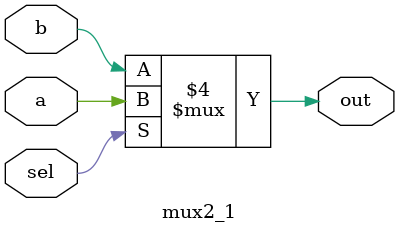
<source format=v>
module mux2_1 (input wire [0:0] a,
               input wire [0:0] b,
               input wire [0:0] sel,
               output reg [0:0] out);
always @(*)
    if (sel == 1'b1)
        out = a;
    else
        out = b;
endmodule

</source>
